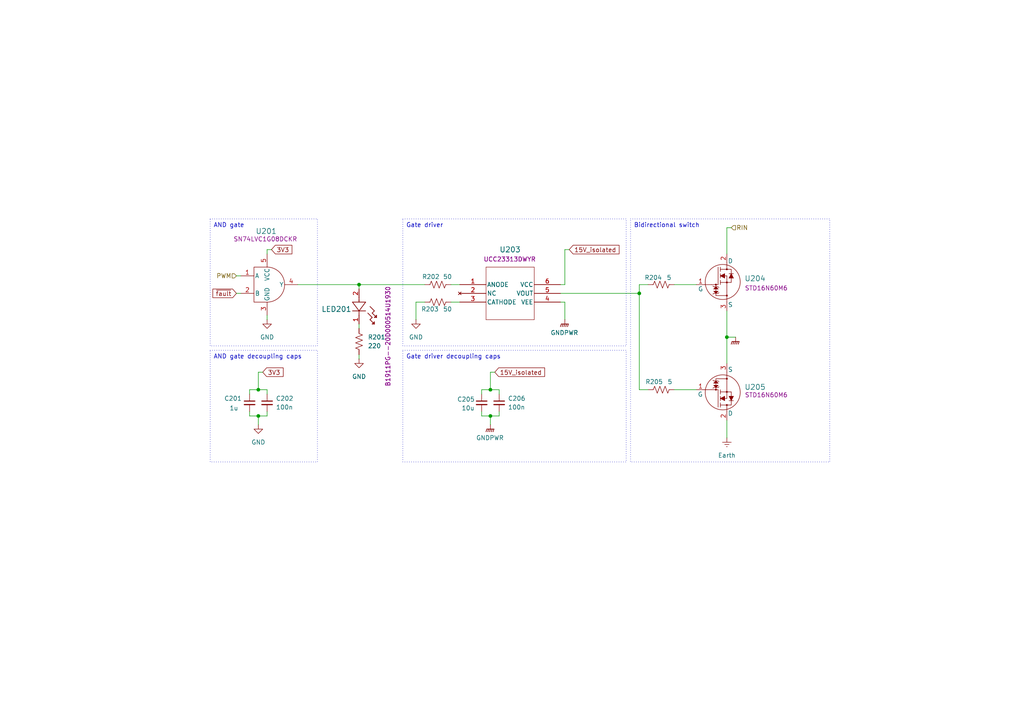
<source format=kicad_sch>
(kicad_sch (version 20231120) (generator "eeschema") (generator_version "8.0")
  (paper "A4")
  (title_block (title "Bidirectional Load Switch") (date "2024-10-29") (rev "0.2.0") (company "University of Wisconsin-Platteville") (comment 1 "Nicholas Loehrke"))
  (lib_symbols
    (symbol "Device:C_Small" (pin_numbers hide) (pin_names (offset 0.254) hide)
      (property "Reference" "C" (at 0.254 1.778 0))
      (property "Value" "C_Small" (at 0.254 -2.032 0))
      (symbol "C_Small_0_1"
        (polyline (pts (xy -1.524 -0.508) (xy 1.524 -0.508)) (stroke (width 0.3302)))
        (polyline (pts (xy -1.524 0.508) (xy 1.524 0.508)) (stroke (width 0.3048)))
      )
      (symbol "C_Small_1_1"
        (pin passive line (at 0 2.54 270) (length 2.032) (name "~") (number "1"))
        (pin passive line (at 0 -2.54 90) (length 2.032) (name "~") (number "2"))
      )
    )
    (symbol "Device:R_US" (pin_numbers hide) (pin_names (offset 0))
      (property "Reference" "R" (at 2.54 0 90))
      (property "Value" "R_US" (at -2.54 0 90))
      (symbol "R_US_0_1"
        (polyline (pts (xy 0 -2.286) (xy 0 -2.54)))
        (polyline (pts (xy 0 2.286) (xy 0 2.54)))
        (polyline (pts (xy 0 -0.762) (xy 1.016 -1.143) (xy 0 -1.524) (xy -1.016 -1.905) (xy 0 -2.286)))
        (polyline (pts (xy 0 0.762) (xy 1.016 0.381) (xy 0 0) (xy -1.016 -0.381) (xy 0 -0.762)))
        (polyline (pts (xy 0 2.286) (xy 1.016 1.905) (xy 0 1.524) (xy -1.016 1.143) (xy 0 0.762)))
      )
      (symbol "R_US_1_1"
        (pin passive line (at 0 3.81 270) (length 1.27) (name "~") (number "1"))
        (pin passive line (at 0 -3.81 90) (length 1.27) (name "~") (number "2"))
      )
    )
    (symbol "STD16N60M6_1" (pin_names (offset 0.254))
      (property "Reference" "U207" (at 11.43 -3.3022 0))
      (property "Value" "STD16N60M6" (at 11.43 -0.7622 0))
      (symbol "STD16N60M6_1_0_1"
        (polyline (pts (xy 1.905 -2.54) (xy 3.81 -2.54)))
        (polyline (pts (xy 3.81 -2.54) (xy 3.81 2.54)))
        (polyline (pts (xy 4.445 -2.54) (xy 4.445 -1.27)))
        (polyline (pts (xy 4.445 -1.905) (xy 6.35 -1.905)))
        (polyline (pts (xy 4.445 -0.635) (xy 4.445 0.635)))
        (polyline (pts (xy 4.445 1.27) (xy 4.445 2.54)))
        (polyline (pts (xy 4.445 1.905) (xy 6.35 1.905)))
        (polyline (pts (xy 5.715 0) (xy 6.35 0)))
        (polyline (pts (xy 6.35 -7.62) (xy 6.35 -5.715)))
        (polyline (pts (xy 6.35 -5.715) (xy 3.175 -5.715)))
        (polyline (pts (xy 6.35 -5.715) (xy 6.35 -1.905)))
        (polyline (pts (xy 6.35 -1.905) (xy 6.35 0)))
        (polyline (pts (xy 6.35 -1.905) (xy 7.62 -1.905)))
        (polyline (pts (xy 6.35 1.905) (xy 7.62 1.905)))
        (polyline (pts (xy 6.35 3.81) (xy 6.35 1.905)))
        (polyline (pts (xy 7.62 -1.905) (xy 7.62 -0.635)))
        (polyline (pts (xy 7.62 0.635) (xy 7.62 1.905)))
        (polyline (pts (xy 8.255 0.635) (xy 6.985 0.635)))
        (polyline (pts (xy 2.54 -4.445) (xy 3.175 -5.08) (xy 3.81 -4.445)) (fill (type outline)))
        (polyline (pts (xy 3.81 -3.81) (xy 3.175 -3.175) (xy 2.54 -3.81)) (fill (type outline)))
        (polyline (pts (xy 5.715 0.635) (xy 4.445 0) (xy 5.715 -0.635)) (fill (type outline)))
        (polyline (pts (xy 8.255 -0.635) (xy 7.62 0.635) (xy 6.985 -0.635)) (fill (type outline)))
        (circle (center 3.175 -2.54) (radius 0.0254))
        (circle (center 3.175 -2.54) (radius 0.1898) (fill (type outline)))
        (circle (center 5.1477 -1.7729) (radius 5.08))
        (circle (center 6.35 -5.715) (radius 0.1898) (fill (type outline)))
        (circle (center 6.35 -1.905) (radius 0.0254))
        (circle (center 6.35 -1.905) (radius 0.1898) (fill (type outline)))
        (circle (center 6.35 1.905) (radius 0.0254))
        (circle (center 6.35 1.905) (radius 0.1898) (fill (type outline)))
      )
      (symbol "STD16N60M6_1_1_1"
        (polyline (pts (xy 1.905 -2.54) (xy 0 -2.54)))
        (polyline (pts (xy 2.54 -4.445) (xy 3.81 -4.445)) (fill (type outline)))
        (polyline (pts (xy 3.175 -5.08) (xy 3.175 -5.715)))
        (polyline (pts (xy 3.175 -3.81) (xy 3.175 -4.445)))
        (polyline (pts (xy 3.175 -3.175) (xy 3.175 -2.54)))
        (polyline (pts (xy 3.81 -3.81) (xy 2.54 -3.81)) (fill (type outline)))
        (polyline (pts (xy 5.715 0.635) (xy 5.715 -0.635)) (fill (type outline)))
        (polyline (pts (xy 8.255 -0.635) (xy 6.985 -0.635)) (fill (type outline)))
        (polyline (pts (xy 3.175 -5.08) (xy 2.54 -5.08) (xy 2.2964 -5.313)))
        (polyline (pts (xy 3.175 -5.08) (xy 3.81 -5.08) (xy 4.0536 -4.847)))
        (polyline (pts (xy 3.175 -3.175) (xy 2.54 -3.175) (xy 2.2964 -2.942)))
        (polyline (pts (xy 3.175 -3.175) (xy 3.81 -3.175) (xy 4.0536 -3.408)))
        (text "D" (at 7.366 4.318 0) (effects (font (size 1.27 1.27))))
        (text "G" (at -1.3562 -1.1897 0) (effects (font (size 1.27 1.27))))
        (text "S" (at 7.366 -8.382 0) (effects (font (size 1.27 1.27))))
        (pin input line (at -2.54 -2.54 0) (length 2.54) (name "") (number "1"))
        (pin passive line (at 6.35 6.35 270) (length 2.54) (name "") (number "2"))
        (pin passive line (at 6.35 -10.16 90) (length 2.54) (name "") (number "3"))
      )
    )
    (symbol "and_gate_SN74LVC1G08DCKR:SN74LVC1G08DCKR" (pin_names (offset 0.254))
      (property "Reference" "U" (at 5.08 6.604 0))
      (property "Value" "SN74LVC1G08DCKR" (at 15.24 4.318 0))
      (symbol "SN74LVC1G08DCKR_0_1"
        (arc (start 0 -5.08) (mid 5.08 0) (end 0 5.08))
        (polyline (pts (xy 0 5.08) (xy -3.81 5.08) (xy -3.81 -5.08) (xy 0 -5.08)))
        (pin input line (at -7.62 2.54 0) (length 3.81) (name "A") (number "1"))
        (pin input line (at -7.62 -2.54 0) (length 3.81) (name "B") (number "2"))
        (pin power_in line (at 0 -8.89 90) (length 3.81) (name "GND") (number "3"))
        (pin output line (at 8.89 0 180) (length 3.81) (name "Y") (number "4"))
        (pin power_in line (at 0 8.89 270) (length 3.81) (name "VCC") (number "5"))
      )
    )
    (symbol "gate_driver_UCC23313DWYR:UCC23313DWYR" (pin_names (offset 0.254))
      (property "Reference" "U" (at 22.86 10.16 0))
      (property "Value" "UCC23313DWYR" (at 22.86 7.62 0))
      (symbol "UCC23313DWYR_0_1"
        (polyline (pts (xy 7.62 -10.16) (xy 21.59 -10.16)) (stroke (width 0.127)))
        (polyline (pts (xy 7.62 5.08) (xy 7.62 -10.16)) (stroke (width 0.127)))
        (polyline (pts (xy 21.59 -10.16) (xy 21.59 5.08)) (stroke (width 0.127)))
        (polyline (pts (xy 21.59 5.08) (xy 7.62 5.08)) (stroke (width 0.127)))
        (pin input line (at 0 0 0) (length 7.62) (name "ANODE") (number "1"))
        (pin no_connect line (at 0 -2.54 0) (length 7.62) (name "NC") (number "2"))
        (pin input line (at 0 -5.08 0) (length 7.62) (name "CATHODE") (number "3"))
        (pin power_in line (at 29.21 -5.08 180) (length 7.62) (name "VEE") (number "4"))
        (pin bidirectional line (at 29.21 -2.54 180) (length 7.62) (name "VOUT") (number "5"))
        (pin power_in line (at 29.21 0 180) (length 7.62) (name "VCC") (number "6"))
      )
    )
    (symbol "led_B1911PG--20D000514U1930:B1911PG--20D000514U1930" (pin_names (offset 0.254))
      (property "Reference" "LED" (at 5.08 -4.445 0))
      (property "Value" "B1911PG--20D000514U1930" (at 5.08 -7.62 0))
      (symbol "B1911PG--20D000514U1930_1_1"
        (polyline (pts (xy 2.54 0) (xy 3.4798 0)) (stroke (width 0.2032)))
        (polyline (pts (xy 3.175 0) (xy 3.81 0)) (stroke (width 0.2032)))
        (polyline (pts (xy 3.81 -1.905) (xy 6.35 0)) (stroke (width 0.2032)))
        (polyline (pts (xy 3.81 1.905) (xy 3.81 -1.905)) (stroke (width 0.2032)))
        (polyline (pts (xy 5.08 3.175) (xy 6.35 4.445)) (stroke (width 0.2032)))
        (polyline (pts (xy 6.35 -1.905) (xy 6.35 1.905)) (stroke (width 0.2032)))
        (polyline (pts (xy 6.35 0) (xy 3.81 1.905)) (stroke (width 0.2032)))
        (polyline (pts (xy 6.35 0) (xy 7.62 0)) (stroke (width 0.2032)))
        (polyline (pts (xy 6.35 4.445) (xy 6.985 3.81)) (stroke (width 0.2032)))
        (polyline (pts (xy 6.985 2.54) (xy 8.255 3.81)) (stroke (width 0.2032)))
        (polyline (pts (xy 6.985 3.81) (xy 8.255 5.08)) (stroke (width 0.2032)))
        (polyline (pts (xy 7.62 5.08) (xy 8.255 4.445)) (stroke (width 0.2032)))
        (polyline (pts (xy 8.255 3.81) (xy 8.89 3.175)) (stroke (width 0.2032)))
        (polyline (pts (xy 8.255 4.445) (xy 8.255 5.08)) (stroke (width 0.2032)))
        (polyline (pts (xy 8.255 5.08) (xy 7.62 5.08)) (stroke (width 0.2032)))
        (polyline (pts (xy 8.89 3.175) (xy 10.16 4.445)) (stroke (width 0.2032)))
        (polyline (pts (xy 9.525 4.445) (xy 10.16 3.81)) (stroke (width 0.2032)))
        (polyline (pts (xy 10.16 3.81) (xy 10.16 4.445)) (stroke (width 0.2032)))
        (polyline (pts (xy 10.16 4.445) (xy 9.525 4.445)) (stroke (width 0.2032)))
        (pin unspecified line (at 10.16 0 180) (length 2.54) (name "") (number "1"))
        (pin unspecified line (at 0 0 0) (length 2.54) (name "") (number "2"))
      )
      (symbol "B1911PG--20D000514U1930_1_2"
        (polyline (pts (xy -5.08 7.62) (xy -4.445 8.255)) (stroke (width 0.2032)))
        (polyline (pts (xy -5.08 8.255) (xy -5.08 7.62)) (stroke (width 0.2032)))
        (polyline (pts (xy -4.445 6.35) (xy -3.81 6.985)) (stroke (width 0.2032)))
        (polyline (pts (xy -4.445 8.255) (xy -5.08 8.255)) (stroke (width 0.2032)))
        (polyline (pts (xy -4.445 9.525) (xy -3.81 10.16)) (stroke (width 0.2032)))
        (polyline (pts (xy -4.445 10.16) (xy -4.445 9.525)) (stroke (width 0.2032)))
        (polyline (pts (xy -3.81 6.985) (xy -5.08 8.255)) (stroke (width 0.2032)))
        (polyline (pts (xy -3.81 8.255) (xy -3.175 8.89)) (stroke (width 0.2032)))
        (polyline (pts (xy -3.81 10.16) (xy -4.445 10.16)) (stroke (width 0.2032)))
        (polyline (pts (xy -3.175 5.08) (xy -4.445 6.35)) (stroke (width 0.2032)))
        (polyline (pts (xy -3.175 8.89) (xy -4.445 10.16)) (stroke (width 0.2032)))
        (polyline (pts (xy -2.54 6.985) (xy -3.81 8.255)) (stroke (width 0.2032)))
        (polyline (pts (xy -1.905 3.81) (xy 1.905 3.81)) (stroke (width 0.2032)))
        (polyline (pts (xy 0 2.54) (xy 0 3.4798)) (stroke (width 0.2032)))
        (polyline (pts (xy 0 3.175) (xy 0 3.81)) (stroke (width 0.2032)))
        (polyline (pts (xy 0 6.35) (xy -1.905 3.81)) (stroke (width 0.2032)))
        (polyline (pts (xy 0 6.35) (xy 0 7.62)) (stroke (width 0.2032)))
        (polyline (pts (xy 1.905 3.81) (xy 0 6.35)) (stroke (width 0.2032)))
        (polyline (pts (xy 1.905 6.35) (xy -1.905 6.35)) (stroke (width 0.2032)))
        (pin unspecified line (at 0 10.16 270) (length 2.54) (name "") (number "1"))
        (pin unspecified line (at 0 0 90) (length 2.54) (name "") (number "2"))
      )
    )
    (symbol "mosfet_STD16N60M6:STD16N60M6" (pin_names (offset 0.254))
      (property "Reference" "U" (at 13.716 17.78 0))
      (property "Value" "STD16N60M6" (at 13.716 15.24 0))
      (symbol "STD16N60M6_0_1"
        (polyline (pts (xy 1.905 -2.54) (xy 3.81 -2.54)))
        (polyline (pts (xy 3.81 -2.54) (xy 3.81 2.54)))
        (polyline (pts (xy 4.445 -2.54) (xy 4.445 -1.27)))
        (polyline (pts (xy 4.445 -1.905) (xy 6.35 -1.905)))
        (polyline (pts (xy 4.445 -0.635) (xy 4.445 0.635)))
        (polyline (pts (xy 4.445 1.27) (xy 4.445 2.54)))
        (polyline (pts (xy 4.445 1.905) (xy 6.35 1.905)))
        (polyline (pts (xy 5.715 0) (xy 6.35 0)))
        (polyline (pts (xy 6.35 -7.62) (xy 6.35 -5.715)))
        (polyline (pts (xy 6.35 -5.715) (xy 3.175 -5.715)))
        (polyline (pts (xy 6.35 -5.715) (xy 6.35 -1.905)))
        (polyline (pts (xy 6.35 -1.905) (xy 6.35 0)))
        (polyline (pts (xy 6.35 -1.905) (xy 7.62 -1.905)))
        (polyline (pts (xy 6.35 1.905) (xy 7.62 1.905)))
        (polyline (pts (xy 6.35 3.81) (xy 6.35 1.905)))
        (polyline (pts (xy 7.62 -1.905) (xy 7.62 -0.635)))
        (polyline (pts (xy 7.62 0.635) (xy 7.62 1.905)))
        (polyline (pts (xy 8.255 0.635) (xy 6.985 0.635)))
        (polyline (pts (xy 2.54 -4.445) (xy 3.175 -5.08) (xy 3.81 -4.445)) (fill (type outline)))
        (polyline (pts (xy 3.81 -3.81) (xy 3.175 -3.175) (xy 2.54 -3.81)) (fill (type outline)))
        (polyline (pts (xy 5.715 0.635) (xy 4.445 0) (xy 5.715 -0.635)) (fill (type outline)))
        (polyline (pts (xy 8.255 -0.635) (xy 7.62 0.635) (xy 6.985 -0.635)) (fill (type outline)))
        (circle (center 3.175 -2.54) (radius 0.0254))
        (circle (center 3.175 -2.54) (radius 0.1898) (fill (type outline)))
        (circle (center 5.1477 -1.7729) (radius 5.08))
        (circle (center 6.35 -5.715) (radius 0.1898) (fill (type outline)))
        (circle (center 6.35 -1.905) (radius 0.0254))
        (circle (center 6.35 -1.905) (radius 0.1898) (fill (type outline)))
        (circle (center 6.35 1.905) (radius 0.0254))
        (circle (center 6.35 1.905) (radius 0.1898) (fill (type outline)))
      )
      (symbol "STD16N60M6_1_1"
        (polyline (pts (xy 1.905 -2.54) (xy 0 -2.54)))
        (polyline (pts (xy 2.54 -4.445) (xy 3.81 -4.445)) (fill (type outline)))
        (polyline (pts (xy 3.175 -5.08) (xy 3.175 -5.715)))
        (polyline (pts (xy 3.175 -3.81) (xy 3.175 -4.445)))
        (polyline (pts (xy 3.175 -3.175) (xy 3.175 -2.54)))
        (polyline (pts (xy 3.81 -3.81) (xy 2.54 -3.81)) (fill (type outline)))
        (polyline (pts (xy 5.715 0.635) (xy 5.715 -0.635)) (fill (type outline)))
        (polyline (pts (xy 8.255 -0.635) (xy 6.985 -0.635)) (fill (type outline)))
        (polyline (pts (xy 3.175 -5.08) (xy 2.54 -5.08) (xy 2.2964 -5.313)))
        (polyline (pts (xy 3.175 -5.08) (xy 3.81 -5.08) (xy 4.0536 -4.847)))
        (polyline (pts (xy 3.175 -3.175) (xy 2.54 -3.175) (xy 2.2964 -2.942)))
        (polyline (pts (xy 3.175 -3.175) (xy 3.81 -3.175) (xy 4.0536 -3.408)))
        (text "D" (at 7.366 4.318 0) (effects (font (size 1.27 1.27))))
        (text "G" (at -1.27 -3.81 0) (effects (font (size 1.27 1.27))))
        (text "S" (at 7.366 -8.382 0) (effects (font (size 1.27 1.27))))
        (pin input line (at -2.54 -2.54 0) (length 2.54) (name "") (number "1"))
        (pin passive line (at 6.35 6.35 270) (length 2.54) (name "") (number "2"))
        (pin passive line (at 6.35 -10.16 90) (length 2.54) (name "") (number "3"))
      )
    )
    (symbol "power:Earth" (power) (pin_numbers hide) (pin_names (offset 0) hide)
      (property "Value" "Earth" (at 0 -3.81 0))
      (symbol "Earth_0_1"
        (polyline (pts (xy -0.635 -1.905) (xy 0.635 -1.905)))
        (polyline (pts (xy -0.127 -2.54) (xy 0.127 -2.54)))
        (polyline (pts (xy 0 -1.27) (xy 0 0)))
        (polyline (pts (xy 1.27 -1.27) (xy -1.27 -1.27)))
      )
      (symbol "Earth_1_1"
        (pin power_in line (at 0 0 270) (length 0) (name "~") (number "1"))
      )
    )
    (symbol "power:GND" (power) (pin_numbers hide) (pin_names (offset 0) hide)
      (property "Value" "GND" (at 0 -3.81 0))
      (symbol "GND_0_1"
        (polyline (pts (xy 0 0) (xy 0 -1.27) (xy 1.27 -1.27) (xy 0 -2.54) (xy -1.27 -1.27) (xy 0 -1.27)))
      )
      (symbol "GND_1_1"
        (pin power_in line (at 0 0 270) (length 0) (name "~") (number "1"))
      )
    )
    (symbol "power:GNDPWR" (power) (pin_numbers hide) (pin_names (offset 0) hide)
      (property "Value" "GNDPWR" (at 0 -3.302 0))
      (symbol "GNDPWR_0_1"
        (polyline (pts (xy 0 -1.27) (xy 0 0)))
        (polyline (pts (xy -1.016 -1.27) (xy -1.27 -2.032) (xy -1.27 -2.032)) (stroke (width 0.2032)))
        (polyline (pts (xy -0.508 -1.27) (xy -0.762 -2.032) (xy -0.762 -2.032)) (stroke (width 0.2032)))
        (polyline (pts (xy 0 -1.27) (xy -0.254 -2.032) (xy -0.254 -2.032)) (stroke (width 0.2032)))
        (polyline (pts (xy 0.508 -1.27) (xy 0.254 -2.032) (xy 0.254 -2.032)) (stroke (width 0.2032)))
        (polyline (pts (xy 1.016 -1.27) (xy -1.016 -1.27) (xy -1.016 -1.27)) (stroke (width 0.2032)))
        (polyline (pts (xy 1.016 -1.27) (xy 0.762 -2.032) (xy 0.762 -2.032) (xy 0.762 -2.032)) (stroke (width 0.2032)))
      )
      (symbol "GNDPWR_1_1"
        (pin power_in line (at 0 0 270) (length 0) (name "~") (number "1"))
      )
    )
  )
  (junction (at 185.42 85.09))
  (junction (at 104.14 82.55))
  (junction (at 142.24 113.03))
  (junction (at 210.82 97.79))
  (junction (at 74.93 113.03))
  (junction (at 74.93 120.65))
  (junction (at 142.24 120.65))
  (wire (pts (xy 72.39 114.3) (xy 72.39 113.03)))
  (wire (pts (xy 163.83 72.39) (xy 163.83 82.55)))
  (wire (pts (xy 210.82 121.92) (xy 210.82 127)))
  (wire (pts (xy 78.74 72.39) (xy 77.47 72.39)))
  (wire (pts (xy 162.56 85.09) (xy 185.42 85.09)))
  (wire (pts (xy 187.96 82.55) (xy 185.42 82.55)))
  (wire (pts (xy 210.82 66.04) (xy 210.82 73.66)))
  (wire (pts (xy 185.42 113.03) (xy 187.96 113.03)))
  (wire (pts (xy 139.7 114.3) (xy 139.7 113.03)))
  (wire (pts (xy 77.47 72.39) (xy 77.47 73.66)))
  (wire (pts (xy 74.93 107.95) (xy 74.93 113.03)))
  (wire (pts (xy 185.42 85.09) (xy 185.42 113.03)))
  (wire (pts (xy 142.24 113.03) (xy 144.78 113.03)))
  (wire (pts (xy 212.09 66.04) (xy 210.82 66.04)))
  (wire (pts (xy 104.14 82.55) (xy 123.19 82.55)))
  (wire (pts (xy 74.93 113.03) (xy 77.47 113.03)))
  (wire (pts (xy 163.83 87.63) (xy 163.83 92.71)))
  (wire (pts (xy 86.36 82.55) (xy 104.14 82.55)))
  (wire (pts (xy 104.14 82.55) (xy 104.14 83.82)))
  (wire (pts (xy 130.81 87.63) (xy 133.35 87.63)))
  (wire (pts (xy 74.93 120.65) (xy 74.93 123.19)))
  (wire (pts (xy 195.58 82.55) (xy 201.93 82.55)))
  (wire (pts (xy 104.14 102.87) (xy 104.14 104.14)))
  (wire (pts (xy 120.65 87.63) (xy 123.19 87.63)))
  (wire (pts (xy 142.24 120.65) (xy 144.78 120.65)))
  (wire (pts (xy 139.7 113.03) (xy 142.24 113.03)))
  (wire (pts (xy 142.24 107.95) (xy 142.24 113.03)))
  (wire (pts (xy 77.47 120.65) (xy 77.47 119.38)))
  (wire (pts (xy 165.1 72.39) (xy 163.83 72.39)))
  (wire (pts (xy 139.7 120.65) (xy 142.24 120.65)))
  (wire (pts (xy 68.58 80.01) (xy 69.85 80.01)))
  (wire (pts (xy 77.47 91.44) (xy 77.47 92.71)))
  (wire (pts (xy 163.83 87.63) (xy 162.56 87.63)))
  (wire (pts (xy 104.14 93.98) (xy 104.14 95.25)))
  (wire (pts (xy 142.24 120.65) (xy 142.24 123.19)))
  (wire (pts (xy 143.51 107.95) (xy 142.24 107.95)))
  (wire (pts (xy 163.83 82.55) (xy 162.56 82.55)))
  (wire (pts (xy 185.42 82.55) (xy 185.42 85.09)))
  (wire (pts (xy 68.58 85.09) (xy 69.85 85.09)))
  (wire (pts (xy 139.7 119.38) (xy 139.7 120.65)))
  (wire (pts (xy 74.93 120.65) (xy 77.47 120.65)))
  (wire (pts (xy 144.78 113.03) (xy 144.78 114.3)))
  (wire (pts (xy 144.78 120.65) (xy 144.78 119.38)))
  (wire (pts (xy 210.82 97.79) (xy 210.82 105.41)))
  (wire (pts (xy 120.65 87.63) (xy 120.65 92.71)))
  (wire (pts (xy 210.82 97.79) (xy 213.36 97.79)))
  (wire (pts (xy 72.39 119.38) (xy 72.39 120.65)))
  (wire (pts (xy 210.82 90.17) (xy 210.82 97.79)))
  (wire (pts (xy 76.2 107.95) (xy 74.93 107.95)))
  (wire (pts (xy 72.39 120.65) (xy 74.93 120.65)))
  (wire (pts (xy 195.58 113.03) (xy 201.93 113.03)))
  (wire (pts (xy 72.39 113.03) (xy 74.93 113.03)))
  (wire (pts (xy 130.81 82.55) (xy 133.35 82.55)))
  (wire (pts (xy 77.47 113.03) (xy 77.47 114.3)))
  (text_box "Gate driver" (at 116.84 63.5 0) (size 64.77 36.83) (stroke (width 0) (type dot)) (effects (font (size 1.27 1.27)) (justify left top)))
  (text_box "Bidirectional switch" (at 182.88 63.5 0) (size 57.785 70.485) (stroke (width 0) (type dot)) (effects (font (size 1.27 1.27)) (justify left top)))
  (text_box "Gate driver decoupling caps" (at 116.84 101.6 0) (size 64.77 32.385) (stroke (width 0) (type dot)) (effects (font (size 1.27 1.27)) (justify left top)))
  (text_box "AND gate decoupling caps" (at 60.96 101.6 0) (size 31.115 32.385) (stroke (width 0) (type dot)) (effects (font (size 1.27 1.27)) (justify left top)))
  (text_box "AND gate" (at 60.96 63.5 0) (size 31.115 36.83) (stroke (width 0) (type dot)) (effects (font (size 1.27 1.27)) (justify left top)))
  (global_label "3V3" (shape input) (at 76.2 107.95 0) (property "Intersheetrefs" "${INTERSHEET_REFS}" (effects (hide yes))))
  (global_label "15V_isolated" (shape input) (at 165.1 72.39 0) (property "Intersheetrefs" "${INTERSHEET_REFS}" (effects (hide yes))))
  (global_label "~{fault}" (shape input) (at 68.58 85.09 180) (property "Intersheetrefs" "${INTERSHEET_REFS}" (effects (hide yes))))
  (global_label "15V_isolated" (shape input) (at 143.51 107.95 0) (property "Intersheetrefs" "${INTERSHEET_REFS}" (effects (hide yes))))
  (global_label "3V3" (shape input) (at 78.74 72.39 0) (property "Intersheetrefs" "${INTERSHEET_REFS}" (effects (hide yes))))
  (hierarchical_label "PWM" (shape input) (at 68.58 80.01 180))
  (hierarchical_label "RIN" (shape input) (at 212.09 66.04 0))
  (symbol (lib_id "power:Earth") (at 210.82 127 0) (unit 1)
    (property "Reference" "#PWR0208" (effects (hide yes)))
    (property "Value" "Earth" (at 210.82 132.08 0))
    (property "Description" "Power symbol creates a global label with name \"Earth\"" (effects (hide yes)))
    (instances (project "bidirectional_load_switch" (path "" (reference "#PWR0208") (unit 1)) (path "" (reference "#PWR0808") (unit 1)) (path "" (reference "#PWR0908") (unit 1)) (path "" (reference "#PWR0508") (unit 1)) (path "" (reference "#PWR0608") (unit 1)) (path "" (reference "#PWR0708") (unit 1)) (path "" (reference "#PWR0408") (unit 1)) (path "" (reference "#PWR0308") (unit 1))))
  )
  (symbol (lib_id "Device:C_Small") (at 144.78 116.84 0) (unit 1)
    (property "Reference" "C206" (at 147.32 115.5762 0) (effects (justify left)))
    (property "Value" "100n" (at 147.32 118.1162 0) (effects (justify left)))
    (property "Footprint" "Capacitor_SMD:C_0603_1608Metric" (effects (hide yes)))
    (property "Description" "Unpolarized capacitor, small symbol" (effects (hide yes)))
    (instances (project "bidirectional_load_switch" (path "" (reference "C206") (unit 1)) (path "" (reference "C806") (unit 1)) (path "" (reference "C906") (unit 1)) (path "" (reference "C506") (unit 1)) (path "" (reference "C606") (unit 1)) (path "" (reference "C706") (unit 1)) (path "" (reference "C406") (unit 1)) (path "" (reference "C306") (unit 1))))
  )
  (symbol (lib_id "Device:R_US") (at 104.14 99.06 0) (unit 1)
    (property "Reference" "R201" (at 106.68 97.7899 0) (effects (justify left)))
    (property "Value" "220" (at 106.68 100.3299 0) (effects (justify left)))
    (property "Footprint" "Resistor_SMD:R_0603_1608Metric" (effects (hide yes)))
    (property "Description" "Resistor, US symbol" (effects (hide yes)))
    (instances (project "" (path "" (reference "R201") (unit 1)) (path "" (reference "R801") (unit 1)) (path "" (reference "R901") (unit 1)) (path "" (reference "R501") (unit 1)) (path "" (reference "R601") (unit 1)) (path "" (reference "R701") (unit 1)) (path "" (reference "R401") (unit 1)) (path "" (reference "R301") (unit 1))))
  )
  (symbol (lib_id "power:GND") (at 74.93 123.19 0) (unit 1)
    (property "Reference" "#PWR0201" (effects (hide yes)))
    (property "Value" "GND" (at 74.93 128.27 0))
    (property "Description" "Power symbol creates a global label with name \"GND\" , ground" (effects (hide yes)))
    (instances (project "bidirectional_load_switch" (path "" (reference "#PWR0201") (unit 1)) (path "" (reference "#PWR0801") (unit 1)) (path "" (reference "#PWR0901") (unit 1)) (path "" (reference "#PWR0501") (unit 1)) (path "" (reference "#PWR0601") (unit 1)) (path "" (reference "#PWR0701") (unit 1)) (path "" (reference "#PWR0401") (unit 1)) (path "" (reference "#PWR0301") (unit 1))))
  )
  (symbol (lib_id "power:GND") (at 77.47 92.71 0) (unit 1)
    (property "Reference" "#PWR0202" (effects (hide yes)))
    (property "Value" "GND" (at 77.47 97.79 0))
    (property "Description" "Power symbol creates a global label with name \"GND\" , ground" (effects (hide yes)))
    (instances (project "bidirectional_load_switch" (path "" (reference "#PWR0202") (unit 1)) (path "" (reference "#PWR0802") (unit 1)) (path "" (reference "#PWR0902") (unit 1)) (path "" (reference "#PWR0502") (unit 1)) (path "" (reference "#PWR0602") (unit 1)) (path "" (reference "#PWR0702") (unit 1)) (path "" (reference "#PWR0402") (unit 1)) (path "" (reference "#PWR0302") (unit 1))))
  )
  (symbol (lib_id "power:GNDPWR") (at 213.36 97.79 0) (unit 1)
    (property "Reference" "#PWR0209" (effects (hide yes)))
    (property "Value" "GNDPWR" (effects (hide yes)))
    (property "Description" "Power symbol creates a global label with name \"GNDPWR\" , global ground" (effects (hide yes)))
    (instances (project "bidirectional_load_switch" (path "" (reference "#PWR0209") (unit 1)) (path "" (reference "#PWR0809") (unit 1)) (path "" (reference "#PWR0909") (unit 1)) (path "" (reference "#PWR0509") (unit 1)) (path "" (reference "#PWR0609") (unit 1)) (path "" (reference "#PWR0709") (unit 1)) (path "" (reference "#PWR0409") (unit 1)) (path "" (reference "#PWR0309") (unit 1))))
  )
  (symbol (lib_id "power:GNDPWR") (at 142.24 123.19 0) (unit 1)
    (property "Reference" "#PWR0206" (effects (hide yes)))
    (property "Value" "GNDPWR" (at 142.113 127 0))
    (property "Description" "Power symbol creates a global label with name \"GNDPWR\" , global ground" (effects (hide yes)))
    (instances (project "bidirectional_load_switch" (path "" (reference "#PWR0206") (unit 1)) (path "" (reference "#PWR0806") (unit 1)) (path "" (reference "#PWR0906") (unit 1)) (path "" (reference "#PWR0506") (unit 1)) (path "" (reference "#PWR0606") (unit 1)) (path "" (reference "#PWR0706") (unit 1)) (path "" (reference "#PWR0406") (unit 1)) (path "" (reference "#PWR0306") (unit 1))))
  )
  (symbol (lib_id "Device:C_Small") (at 77.47 116.84 0) (unit 1)
    (property "Reference" "C202" (at 80.01 115.5762 0) (effects (justify left)))
    (property "Value" "100n" (at 80.01 118.1162 0) (effects (justify left)))
    (property "Footprint" "Capacitor_SMD:C_0603_1608Metric" (effects (hide yes)))
    (property "Description" "Unpolarized capacitor, small symbol" (effects (hide yes)))
    (instances (project "bidirectional_load_switch" (path "" (reference "C202") (unit 1)) (path "" (reference "C802") (unit 1)) (path "" (reference "C902") (unit 1)) (path "" (reference "C502") (unit 1)) (path "" (reference "C602") (unit 1)) (path "" (reference "C702") (unit 1)) (path "" (reference "C402") (unit 1)) (path "" (reference "C302") (unit 1))))
  )
  (symbol (lib_id "Device:C_Small") (at 139.7 116.84 0) (unit 1)
    (property "Reference" "C205" (at 132.588 115.824 0) (effects (justify left)))
    (property "Value" "10u" (at 133.858 118.364 0) (effects (justify left)))
    (property "Footprint" "Capacitor_SMD:C_1206_3216Metric" (effects (hide yes)))
    (property "Description" "Unpolarized capacitor, small symbol" (effects (hide yes)))
    (instances (project "bidirectional_load_switch" (path "" (reference "C205") (unit 1)) (path "" (reference "C805") (unit 1)) (path "" (reference "C905") (unit 1)) (path "" (reference "C505") (unit 1)) (path "" (reference "C605") (unit 1)) (path "" (reference "C705") (unit 1)) (path "" (reference "C405") (unit 1)) (path "" (reference "C305") (unit 1))))
  )
  (symbol (lib_id "power:GND") (at 104.14 104.14 0) (unit 1)
    (property "Reference" "#PWR0203" (effects (hide yes)))
    (property "Value" "GND" (at 104.14 109.22 0))
    (property "Description" "Power symbol creates a global label with name \"GND\" , ground" (effects (hide yes)))
    (instances (project "bidirectional_load_switch" (path "" (reference "#PWR0203") (unit 1)) (path "" (reference "#PWR0803") (unit 1)) (path "" (reference "#PWR0903") (unit 1)) (path "" (reference "#PWR0503") (unit 1)) (path "" (reference "#PWR0603") (unit 1)) (path "" (reference "#PWR0703") (unit 1)) (path "" (reference "#PWR0403") (unit 1)) (path "" (reference "#PWR0303") (unit 1))))
  )
  (symbol (lib_id "mosfet_STD16N60M6:STD16N60M6") (at 204.47 80.01 0) (unit 1)
    (property "Reference" "U204" (at 215.9 80.7719 0) (effects (font (size 1.524 1.524)) (justify left)))
    (property "Footprint" "mosfet_STD16N60M6:DPAKTO-252_STM" (effects (hide yes)))
    (property "Datasheet" "https://www.st.com/resource/en/datasheet/std16n60m6.pdf" (effects (hide yes)))
    (property "MPN" "STD16N60M6" (at 222.25 83.566 0))
    (instances (project "" (path "" (reference "U204") (unit 1)) (path "" (reference "U804") (unit 1)) (path "" (reference "U904") (unit 1)) (path "" (reference "U504") (unit 1)) (path "" (reference "U604") (unit 1)) (path "" (reference "U704") (unit 1)) (path "" (reference "U404") (unit 1)) (path "" (reference "U304") (unit 1))))
  )
  (symbol (lib_name "STD16N60M6_1") (lib_id "mosfet_STD16N60M6:STD16N60M6") (at 204.47 115.57 0) (mirror x) (unit 1)
    (property "Reference" "U205" (at 215.9 112.2678 0) (effects (font (size 1.524 1.524)) (justify left)))
    (property "Footprint" "mosfet_STD16N60M6:DPAKTO-252_STM" (effects (hide yes)))
    (property "Datasheet" "https://www.st.com/resource/en/datasheet/std16n60m6.pdf" (effects (hide yes)))
    (property "MPN" "STD16N60M6" (at 222.25 114.554 0))
    (instances (project "" (path "" (reference "U205") (unit 1)) (path "" (reference "U805") (unit 1)) (path "" (reference "U905") (unit 1)) (path "" (reference "U505") (unit 1)) (path "" (reference "U605") (unit 1)) (path "" (reference "U705") (unit 1)) (path "" (reference "U405") (unit 1)) (path "" (reference "U305") (unit 1))))
  )
  (symbol (lib_id "gate_driver_UCC23313DWYR:UCC23313DWYR") (at 133.35 82.55 0) (unit 1)
    (property "Reference" "U203" (at 147.955 72.39 0) (effects (font (size 1.524 1.524))))
    (property "Footprint" "gate_driver_UCC23313DWYR:SOIC6_DWY_TEX" (effects (hide yes)))
    (property "Datasheet" "https://www.ti.com/general/docs/suppproductinfo.tsp?distId=10&gotoUrl=https%3A%2F%2Fwww.ti.com%2Flit%2Fgpn%2Fucc23313" (effects (hide yes)))
    (property "MPN" "UCC23313DWYR" (at 147.828 75.184 0))
    (instances (project "" (path "" (reference "U203") (unit 1)) (path "" (reference "U803") (unit 1)) (path "" (reference "U903") (unit 1)) (path "" (reference "U503") (unit 1)) (path "" (reference "U603") (unit 1)) (path "" (reference "U703") (unit 1)) (path "" (reference "U403") (unit 1)) (path "" (reference "U303") (unit 1))))
  )
  (symbol (lib_id "power:GNDPWR") (at 163.83 92.71 0) (unit 1)
    (property "Reference" "#PWR0207" (effects (hide yes)))
    (property "Value" "GNDPWR" (at 163.703 96.52 0))
    (property "Description" "Power symbol creates a global label with name \"GNDPWR\" , global ground" (effects (hide yes)))
    (instances (project "bidirectional_load_switch" (path "" (reference "#PWR0207") (unit 1)) (path "" (reference "#PWR0807") (unit 1)) (path "" (reference "#PWR0907") (unit 1)) (path "" (reference "#PWR0507") (unit 1)) (path "" (reference "#PWR0607") (unit 1)) (path "" (reference "#PWR0707") (unit 1)) (path "" (reference "#PWR0407") (unit 1)) (path "" (reference "#PWR0307") (unit 1))))
  )
  (symbol (lib_id "Device:R_US") (at 191.77 82.55 90) (unit 1)
    (property "Reference" "R204" (at 189.484 80.518 90))
    (property "Value" "5" (at 194.056 80.518 90))
    (property "Footprint" "Resistor_SMD:R_0805_2012Metric" (effects (hide yes)))
    (property "Description" "Resistor, US symbol" (effects (hide yes)))
    (instances (project "bidirectional_load_switch" (path "" (reference "R204") (unit 1)) (path "" (reference "R804") (unit 1)) (path "" (reference "R904") (unit 1)) (path "" (reference "R504") (unit 1)) (path "" (reference "R604") (unit 1)) (path "" (reference "R704") (unit 1)) (path "" (reference "R404") (unit 1)) (path "" (reference "R304") (unit 1))))
  )
  (symbol (lib_id "led_B1911PG--20D000514U1930:B1911PG--20D000514U1930") (at 104.14 83.82 270) (unit 1)
    (property "Reference" "LED201" (at 93.218 89.662 90) (effects (font (size 1.524 1.524)) (justify left)))
    (property "Footprint" "led_B1911PG--20D000514U1930:LED_B1911PG--20D000514U1930_HVK" (effects (hide yes)))
    (property "Datasheet" "https://mm.digikey.com/Volume0/opasdata/d220001/medias/docus/3777/B1911PG--20D000514U1930.pdf" (effects (hide yes)))
    (property "Sim.Device" "D" (effects (hide yes)))
    (property "Sim.Pins" "1=A 2=K" (effects (hide yes)))
    (property "MPN" "B1911PG--20D000514U1930" (at 112.522 97.536 0))
    (instances (project "" (path "" (reference "LED201") (unit 1)) (path "" (reference "LED801") (unit 1)) (path "" (reference "LED901") (unit 1)) (path "" (reference "LED501") (unit 1)) (path "" (reference "LED601") (unit 1)) (path "" (reference "LED701") (unit 1)) (path "" (reference "LED401") (unit 1)) (path "" (reference "LED301") (unit 1))))
  )
  (symbol (lib_id "and_gate_SN74LVC1G08DCKR:SN74LVC1G08DCKR") (at 77.47 82.55 0) (unit 1)
    (property "Reference" "U201" (at 77.216 67.056 0) (effects (font (size 1.524 1.524))))
    (property "Footprint" "and_gate_SN74LVC1G08DCKR:DCK5" (effects (hide yes)))
    (property "Datasheet" "https://www.ti.com/general/docs/suppproductinfo.tsp?distId=10&gotoUrl=https%3A%2F%2Fwww.ti.com%2Flit%2Fgpn%2Fsn74lvc1g08" (effects (hide yes)))
    (property "MPN" "SN74LVC1G08DCKR" (at 76.962 69.342 0))
    (instances (project "" (path "" (reference "U201") (unit 1)) (path "" (reference "U801") (unit 1)) (path "" (reference "U901") (unit 1)) (path "" (reference "U501") (unit 1)) (path "" (reference "U601") (unit 1)) (path "" (reference "U701") (unit 1)) (path "" (reference "U401") (unit 1)) (path "" (reference "U301") (unit 1))))
  )
  (symbol (lib_id "power:GND") (at 120.65 92.71 0) (unit 1)
    (property "Reference" "#PWR0205" (effects (hide yes)))
    (property "Value" "GND" (at 120.65 97.79 0))
    (property "Description" "Power symbol creates a global label with name \"GND\" , ground" (effects (hide yes)))
    (instances (project "bidirectional_load_switch" (path "" (reference "#PWR0205") (unit 1)) (path "" (reference "#PWR0805") (unit 1)) (path "" (reference "#PWR0905") (unit 1)) (path "" (reference "#PWR0505") (unit 1)) (path "" (reference "#PWR0605") (unit 1)) (path "" (reference "#PWR0705") (unit 1)) (path "" (reference "#PWR0405") (unit 1)) (path "" (reference "#PWR0305") (unit 1))))
  )
  (symbol (lib_id "Device:R_US") (at 127 87.63 90) (unit 1)
    (property "Reference" "R203" (at 124.714 89.662 90))
    (property "Value" "50" (at 129.794 89.662 90))
    (property "Footprint" "Resistor_SMD:R_0603_1608Metric" (effects (hide yes)))
    (property "Description" "Resistor, US symbol" (effects (hide yes)))
    (instances (project "bidirectional_load_switch" (path "" (reference "R203") (unit 1)) (path "" (reference "R803") (unit 1)) (path "" (reference "R903") (unit 1)) (path "" (reference "R503") (unit 1)) (path "" (reference "R603") (unit 1)) (path "" (reference "R703") (unit 1)) (path "" (reference "R403") (unit 1)) (path "" (reference "R303") (unit 1))))
  )
  (symbol (lib_id "Device:R_US") (at 191.77 113.03 90) (unit 1)
    (property "Reference" "R205" (at 189.738 110.744 90))
    (property "Value" "5" (at 194.31 110.744 90))
    (property "Footprint" "Resistor_SMD:R_0805_2012Metric" (effects (hide yes)))
    (property "Description" "Resistor, US symbol" (effects (hide yes)))
    (instances (project "bidirectional_load_switch" (path "" (reference "R205") (unit 1)) (path "" (reference "R805") (unit 1)) (path "" (reference "R905") (unit 1)) (path "" (reference "R505") (unit 1)) (path "" (reference "R605") (unit 1)) (path "" (reference "R705") (unit 1)) (path "" (reference "R405") (unit 1)) (path "" (reference "R305") (unit 1))))
  )
  (symbol (lib_id "Device:C_Small") (at 72.39 116.84 0) (unit 1)
    (property "Reference" "C201" (at 65.024 115.57 0) (effects (justify left)))
    (property "Value" "1u" (at 66.548 118.364 0) (effects (justify left)))
    (property "Footprint" "Capacitor_SMD:C_0603_1608Metric" (effects (hide yes)))
    (property "Description" "Unpolarized capacitor, small symbol" (effects (hide yes)))
    (instances (project "bidirectional_load_switch" (path "" (reference "C201") (unit 1)) (path "" (reference "C801") (unit 1)) (path "" (reference "C901") (unit 1)) (path "" (reference "C501") (unit 1)) (path "" (reference "C601") (unit 1)) (path "" (reference "C701") (unit 1)) (path "" (reference "C401") (unit 1)) (path "" (reference "C301") (unit 1))))
  )
  (symbol (lib_id "Device:R_US") (at 127 82.55 90) (unit 1)
    (property "Reference" "R202" (at 124.968 80.264 90))
    (property "Value" "50" (at 129.794 80.264 90))
    (property "Footprint" "Resistor_SMD:R_0603_1608Metric" (effects (hide yes)))
    (property "Description" "Resistor, US symbol" (effects (hide yes)))
    (instances (project "bidirectional_load_switch" (path "" (reference "R202") (unit 1)) (path "" (reference "R802") (unit 1)) (path "" (reference "R902") (unit 1)) (path "" (reference "R502") (unit 1)) (path "" (reference "R602") (unit 1)) (path "" (reference "R702") (unit 1)) (path "" (reference "R402") (unit 1)) (path "" (reference "R302") (unit 1))))
  )
)
</source>
